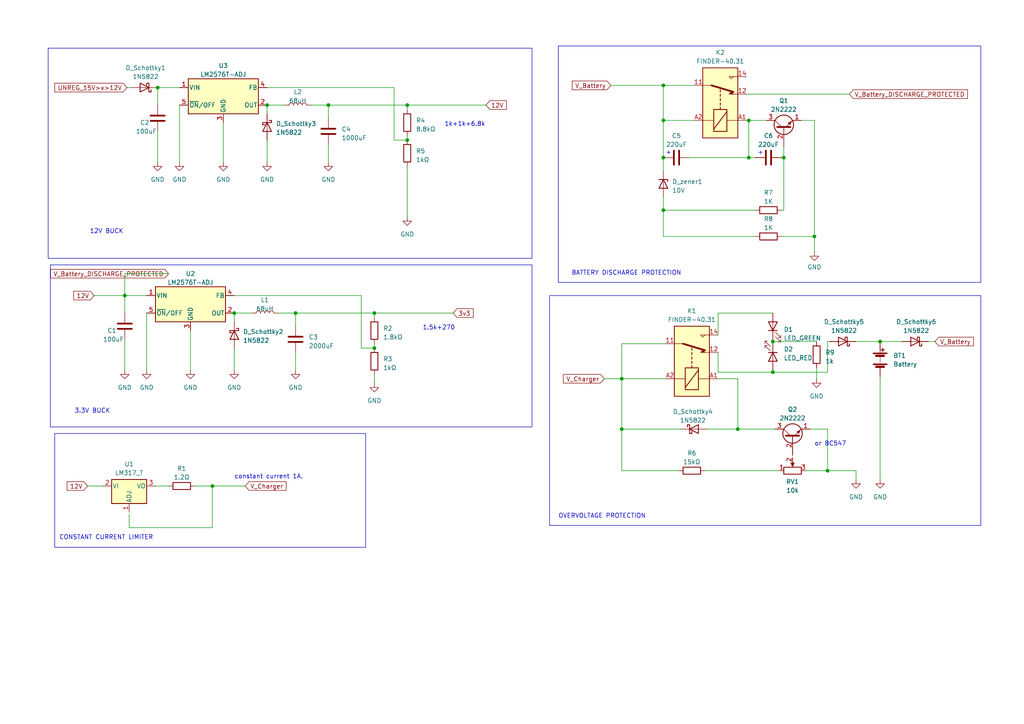
<source format=kicad_sch>
(kicad_sch (version 20230121) (generator eeschema)
  (paper "A4")
  (lib_symbols
    (symbol "Device:Battery" (pin_numbers hide) (pin_names (offset 0) hide)
      (property "Reference" "BT" (at 2.54 2.54 0))
      (property "Value" "Battery" (at 2.54 0 0))
      (symbol "Battery_0_1"
        (rectangle (start -2.032 -1.397) (end 2.032 -1.651) (fill (type outline)))
        (rectangle (start -2.032 1.778) (end 2.032 1.524) (fill (type outline)))
        (rectangle (start -1.3208 -1.9812) (end 1.27 -2.4892) (fill (type outline)))
        (rectangle (start -1.3208 1.1938) (end 1.27 0.6858) (fill (type outline)))
        (polyline (pts (xy 0 -1.524) (xy 0 -1.27)))
        (polyline (pts (xy 0 -1.016) (xy 0 -0.762)))
        (polyline (pts (xy 0 -0.508) (xy 0 -0.254)))
        (polyline (pts (xy 0 0) (xy 0 0.254)))
        (polyline (pts (xy 0 0.508) (xy 0 0.762)))
        (polyline (pts (xy 0 1.778) (xy 0 2.54)))
        (polyline (pts (xy 0.254 2.667) (xy 1.27 2.667)) (stroke (width 0.254)))
        (polyline (pts (xy 0.762 3.175) (xy 0.762 2.159)) (stroke (width 0.254)))
      )
      (symbol "Battery_1_1"
        (pin passive line (at 0 5.08 270) (length 2.54) (name "+") (number "1"))
        (pin passive line (at 0 -5.08 90) (length 2.54) (name "-") (number "2"))
      )
    )
    (symbol "Device:C" (pin_numbers hide) (pin_names (offset 0.254))
      (property "Reference" "C" (at 0.635 2.54 0))
      (property "Value" "C" (at 0.635 -2.54 0))
      (symbol "C_0_1"
        (polyline (pts (xy -2.032 -0.762) (xy 2.032 -0.762)) (stroke (width 0.508)))
        (polyline (pts (xy -2.032 0.762) (xy 2.032 0.762)) (stroke (width 0.508)))
      )
      (symbol "C_1_1"
        (pin passive line (at 0 3.81 270) (length 2.794) (name "~") (number "1"))
        (pin passive line (at 0 -3.81 90) (length 2.794) (name "~") (number "2"))
      )
    )
    (symbol "Device:D_Schottky" (pin_numbers hide) (pin_names (offset 1.016) hide)
      (property "Reference" "D" (at 0 2.54 0))
      (property "Value" "D_Schottky" (at 0 -2.54 0))
      (symbol "D_Schottky_0_1"
        (polyline (pts (xy 1.27 0) (xy -1.27 0)))
        (polyline (pts (xy 1.27 1.27) (xy 1.27 -1.27) (xy -1.27 0) (xy 1.27 1.27)) (stroke (width 0.254)))
        (polyline (pts (xy -1.905 0.635) (xy -1.905 1.27) (xy -1.27 1.27) (xy -1.27 -1.27) (xy -0.635 -1.27) (xy -0.635 -0.635)) (stroke (width 0.254)))
      )
      (symbol "D_Schottky_1_1"
        (pin passive line (at -3.81 0 0) (length 2.54) (name "K") (number "1"))
        (pin passive line (at 3.81 0 180) (length 2.54) (name "A") (number "2"))
      )
    )
    (symbol "Device:D_Zener" (pin_numbers hide) (pin_names (offset 1.016) hide)
      (property "Reference" "D" (at 0 2.54 0))
      (property "Value" "D_Zener" (at 0 -2.54 0))
      (symbol "D_Zener_0_1"
        (polyline (pts (xy 1.27 0) (xy -1.27 0)))
        (polyline (pts (xy -1.27 -1.27) (xy -1.27 1.27) (xy -0.762 1.27)) (stroke (width 0.254)))
        (polyline (pts (xy 1.27 -1.27) (xy 1.27 1.27) (xy -1.27 0) (xy 1.27 -1.27)) (stroke (width 0.254)))
      )
      (symbol "D_Zener_1_1"
        (pin passive line (at -3.81 0 0) (length 2.54) (name "K") (number "1"))
        (pin passive line (at 3.81 0 180) (length 2.54) (name "A") (number "2"))
      )
    )
    (symbol "Device:L" (pin_numbers hide) (pin_names (offset 1.016) hide)
      (property "Reference" "L" (at -1.27 0 90))
      (property "Value" "L" (at 1.905 0 90))
      (symbol "L_0_1"
        (arc (start 0 -2.54) (mid 0.6323 -1.905) (end 0 -1.27))
        (arc (start 0 -1.27) (mid 0.6323 -0.635) (end 0 0))
        (arc (start 0 0) (mid 0.6323 0.635) (end 0 1.27))
        (arc (start 0 1.27) (mid 0.6323 1.905) (end 0 2.54))
      )
      (symbol "L_1_1"
        (pin passive line (at 0 3.81 270) (length 1.27) (name "1") (number "1"))
        (pin passive line (at 0 -3.81 90) (length 1.27) (name "2") (number "2"))
      )
    )
    (symbol "Device:LED" (pin_numbers hide) (pin_names (offset 1.016) hide)
      (property "Reference" "D" (at 0 2.54 0))
      (property "Value" "LED" (at 0 -2.54 0))
      (symbol "LED_0_1"
        (polyline (pts (xy -1.27 -1.27) (xy -1.27 1.27)) (stroke (width 0.254)))
        (polyline (pts (xy -1.27 0) (xy 1.27 0)))
        (polyline (pts (xy 1.27 -1.27) (xy 1.27 1.27) (xy -1.27 0) (xy 1.27 -1.27)) (stroke (width 0.254)))
        (polyline (pts (xy -3.048 -0.762) (xy -4.572 -2.286) (xy -3.81 -2.286) (xy -4.572 -2.286) (xy -4.572 -1.524)))
        (polyline (pts (xy -1.778 -0.762) (xy -3.302 -2.286) (xy -2.54 -2.286) (xy -3.302 -2.286) (xy -3.302 -1.524)))
      )
      (symbol "LED_1_1"
        (pin passive line (at -3.81 0 0) (length 2.54) (name "K") (number "1"))
        (pin passive line (at 3.81 0 180) (length 2.54) (name "A") (number "2"))
      )
    )
    (symbol "Device:R" (pin_numbers hide) (pin_names (offset 0))
      (property "Reference" "R" (at 2.032 0 90))
      (property "Value" "R" (at 0 0 90))
      (symbol "R_0_1"
        (rectangle (start -1.016 -2.54) (end 1.016 2.54) (stroke (width 0.254)))
      )
      (symbol "R_1_1"
        (pin passive line (at 0 3.81 270) (length 1.27) (name "~") (number "1"))
        (pin passive line (at 0 -3.81 90) (length 1.27) (name "~") (number "2"))
      )
    )
    (symbol "Device:R_Potentiometer" (pin_names (offset 1.016) hide)
      (property "Reference" "RV" (at -4.445 0 90))
      (property "Value" "R_Potentiometer" (at -2.54 0 90))
      (symbol "R_Potentiometer_0_1"
        (polyline (pts (xy 2.54 0) (xy 1.524 0)))
        (polyline (pts (xy 1.143 0) (xy 2.286 0.508) (xy 2.286 -0.508) (xy 1.143 0)) (fill (type outline)))
        (rectangle (start 1.016 2.54) (end -1.016 -2.54) (stroke (width 0.254)))
      )
      (symbol "R_Potentiometer_1_1"
        (pin passive line (at 0 3.81 270) (length 1.27) (name "1") (number "1"))
        (pin passive line (at 3.81 0 180) (length 1.27) (name "2") (number "2"))
        (pin passive line (at 0 -3.81 90) (length 1.27) (name "3") (number "3"))
      )
    )
    (symbol "Regulator_Linear:LM117_TO3" (pin_names (offset 0.254))
      (property "Reference" "U" (at -3.81 3.175 0))
      (property "Value" "LM117_TO3" (at 0 3.175 0))
      (symbol "LM117_TO3_0_1"
        (rectangle (start -5.08 1.905) (end 5.08 -5.08) (stroke (width 0.254)) (fill (type background)))
      )
      (symbol "LM117_TO3_1_1"
        (pin input line (at 0 -7.62 90) (length 2.54) (name "ADJ") (number "1"))
        (pin power_in line (at -7.62 0 0) (length 2.54) (name "VI") (number "2"))
        (pin power_out line (at 7.62 0 180) (length 2.54) (name "VO") (number "3"))
      )
    )
    (symbol "Regulator_Switching:LM2576T-ADJ" (pin_names (offset 0.254))
      (property "Reference" "U" (at -10.16 6.35 0))
      (property "Value" "LM2576T-ADJ" (at 0 6.35 0))
      (symbol "LM2576T-ADJ_0_1"
        (rectangle (start -10.16 5.08) (end 10.16 -5.08) (stroke (width 0.254)) (fill (type background)))
      )
      (symbol "LM2576T-ADJ_1_1"
        (pin power_in line (at -12.7 2.54 0) (length 2.54) (name "VIN") (number "1"))
        (pin output line (at 12.7 -2.54 180) (length 2.54) (name "OUT") (number "2"))
        (pin power_in line (at 0 -7.62 90) (length 2.54) (name "GND") (number "3"))
        (pin input line (at 12.7 2.54 180) (length 2.54) (name "FB") (number "4"))
        (pin input line (at -12.7 -2.54 0) (length 2.54) (name "~{ON}/OFF") (number "5"))
      )
    )
    (symbol "Relay:FINDER-40.31"
      (property "Reference" "K" (at 11.43 3.81 0))
      (property "Value" "FINDER-40.31" (at 11.43 1.27 0))
      (symbol "FINDER-40.31_0_0"
        (polyline (pts (xy 7.62 5.08) (xy 7.62 2.54) (xy 6.985 3.175) (xy 7.62 3.81)))
      )
      (symbol "FINDER-40.31_0_1"
        (rectangle (start -10.16 5.08) (end 10.16 -5.08) (stroke (width 0.254)) (fill (type background)))
        (rectangle (start -8.255 1.905) (end -1.905 -1.905) (stroke (width 0.254)))
        (polyline (pts (xy -7.62 -1.905) (xy -2.54 1.905)) (stroke (width 0.254)))
        (polyline (pts (xy -5.08 -5.08) (xy -5.08 -1.905)))
        (polyline (pts (xy -5.08 5.08) (xy -5.08 1.905)))
        (polyline (pts (xy -1.905 0) (xy -1.27 0)) (stroke (width 0.254)))
        (polyline (pts (xy -0.635 0) (xy 0 0)) (stroke (width 0.254)))
        (polyline (pts (xy 0.635 0) (xy 1.27 0)) (stroke (width 0.254)))
        (polyline (pts (xy 1.905 0) (xy 2.54 0)) (stroke (width 0.254)))
        (polyline (pts (xy 3.175 0) (xy 3.81 0)) (stroke (width 0.254)))
        (polyline (pts (xy 5.08 -2.54) (xy 3.175 3.81)) (stroke (width 0.508)))
        (polyline (pts (xy 5.08 -2.54) (xy 5.08 -5.08)))
        (polyline (pts (xy 2.54 5.08) (xy 2.54 2.54) (xy 3.175 3.175) (xy 2.54 3.81)) (fill (type outline)))
      )
      (symbol "FINDER-40.31_1_1"
        (pin passive line (at 5.08 -7.62 90) (length 2.54) (name "~") (number "11"))
        (pin passive line (at 2.54 7.62 270) (length 2.54) (name "~") (number "12"))
        (pin passive line (at 7.62 7.62 270) (length 2.54) (name "~") (number "14"))
        (pin passive line (at -5.08 7.62 270) (length 2.54) (name "~") (number "A1"))
        (pin passive line (at -5.08 -7.62 90) (length 2.54) (name "~") (number "A2"))
      )
    )
    (symbol "Transistor_BJT:2N2219" (pin_names (offset 0) hide)
      (property "Reference" "Q" (at 5.08 1.905 0))
      (property "Value" "2N2219" (at 5.08 0 0))
      (symbol "2N2219_0_1"
        (polyline (pts (xy 0.635 0.635) (xy 2.54 2.54)))
        (polyline (pts (xy 0.635 -0.635) (xy 2.54 -2.54) (xy 2.54 -2.54)))
        (polyline (pts (xy 0.635 1.905) (xy 0.635 -1.905) (xy 0.635 -1.905)) (stroke (width 0.508)))
        (polyline (pts (xy 1.27 -1.778) (xy 1.778 -1.27) (xy 2.286 -2.286) (xy 1.27 -1.778) (xy 1.27 -1.778)) (fill (type outline)))
        (circle (center 1.27 0) (radius 2.8194) (stroke (width 0.254)))
      )
      (symbol "2N2219_1_1"
        (pin passive line (at 2.54 -5.08 90) (length 2.54) (name "E") (number "1"))
        (pin passive line (at -5.08 0 0) (length 5.715) (name "B") (number "2"))
        (pin passive line (at 2.54 5.08 270) (length 2.54) (name "C") (number "3"))
      )
    )
    (symbol "power:GND" (power) (pin_names (offset 0))
      (property "Value" "GND" (at 0 -3.81 0))
      (symbol "GND_0_1"
        (polyline (pts (xy 0 0) (xy 0 -1.27) (xy 1.27 -1.27) (xy 0 -2.54) (xy -1.27 -1.27) (xy 0 -1.27)))
      )
      (symbol "GND_1_1"
        (pin power_in line (at 0 0 270) (length 0) hide (name "GND") (number "1"))
      )
    )
  )
  (junction (at 224.155 107.95))
  (junction (at 108.585 100.965))
  (junction (at 217.17 45.72))
  (junction (at 192.405 24.765))
  (junction (at 77.47 30.48))
  (junction (at 192.405 45.72))
  (junction (at 61.595 140.97))
  (junction (at 255.27 99.06))
  (junction (at 36.195 85.725))
  (junction (at 224.155 99.06))
  (junction (at 180.34 124.46))
  (junction (at 67.945 90.805))
  (junction (at 240.03 136.525))
  (junction (at 236.22 68.58))
  (junction (at 227.33 45.72))
  (junction (at 95.25 30.48))
  (junction (at 108.585 90.805))
  (junction (at 118.11 40.64))
  (junction (at 180.34 109.855))
  (junction (at 45.72 25.4))
  (junction (at 213.995 124.46))
  (junction (at 192.405 34.925))
  (junction (at 192.405 60.96))
  (junction (at 85.725 90.805))
  (junction (at 118.11 30.48))
  (junction (at 217.17 34.925))
  (wire (pts (xy 236.22 34.925) (xy 236.22 68.58)))
  (wire (pts (xy 236.855 106.68) (xy 236.855 109.855)))
  (wire (pts (xy 25.4 140.97) (xy 29.845 140.97)))
  (wire (pts (xy 240.03 136.525) (xy 248.285 136.525)))
  (wire (pts (xy 37.465 149.225) (xy 37.465 153.035)))
  (wire (pts (xy 82.55 30.48) (xy 77.47 30.48)))
  (wire (pts (xy 77.47 30.48) (xy 77.47 33.02)))
  (wire (pts (xy 90.17 30.48) (xy 95.25 30.48)))
  (wire (pts (xy 108.585 108.585) (xy 108.585 111.125)))
  (wire (pts (xy 180.34 136.525) (xy 196.85 136.525)))
  (wire (pts (xy 104.775 100.965) (xy 108.585 100.965)))
  (wire (pts (xy 45.72 30.48) (xy 45.72 25.4)))
  (wire (pts (xy 255.27 99.06) (xy 261.62 99.06)))
  (wire (pts (xy 208.28 109.855) (xy 213.995 109.855)))
  (wire (pts (xy 118.11 31.75) (xy 118.11 30.48)))
  (wire (pts (xy 36.195 98.425) (xy 36.195 107.315)))
  (wire (pts (xy 227.33 42.545) (xy 227.33 45.72)))
  (wire (pts (xy 175.26 109.855) (xy 180.34 109.855)))
  (wire (pts (xy 45.72 38.1) (xy 45.72 46.99)))
  (wire (pts (xy 108.585 92.075) (xy 108.585 90.805)))
  (wire (pts (xy 114.3 40.64) (xy 118.11 40.64)))
  (wire (pts (xy 193.04 109.855) (xy 180.34 109.855)))
  (wire (pts (xy 48.895 140.97) (xy 45.085 140.97)))
  (wire (pts (xy 217.17 34.925) (xy 222.25 34.925)))
  (wire (pts (xy 108.585 90.805) (xy 131.445 90.805)))
  (wire (pts (xy 61.595 140.97) (xy 56.515 140.97)))
  (wire (pts (xy 248.285 99.06) (xy 255.27 99.06)))
  (wire (pts (xy 192.405 24.765) (xy 201.295 24.765)))
  (wire (pts (xy 95.25 46.99) (xy 95.25 41.91)))
  (wire (pts (xy 36.83 25.4) (xy 38.1 25.4)))
  (wire (pts (xy 240.03 99.06) (xy 240.665 99.06)))
  (wire (pts (xy 192.405 60.96) (xy 192.405 57.15)))
  (wire (pts (xy 217.17 45.72) (xy 219.075 45.72)))
  (wire (pts (xy 248.285 136.525) (xy 248.285 139.065)))
  (wire (pts (xy 224.155 99.695) (xy 224.155 99.06)))
  (wire (pts (xy 48.895 79.375) (xy 36.195 79.375)))
  (wire (pts (xy 67.945 100.965) (xy 67.945 107.315)))
  (wire (pts (xy 45.72 25.4) (xy 52.07 25.4)))
  (wire (pts (xy 192.405 24.765) (xy 192.405 34.925)))
  (wire (pts (xy 77.47 40.64) (xy 77.47 46.99)))
  (wire (pts (xy 208.28 102.235) (xy 208.28 107.95)))
  (wire (pts (xy 227.33 60.96) (xy 226.695 60.96)))
  (wire (pts (xy 36.195 85.725) (xy 42.545 85.725)))
  (wire (pts (xy 240.03 107.95) (xy 240.03 99.06)))
  (wire (pts (xy 95.25 30.48) (xy 95.25 34.29)))
  (wire (pts (xy 118.11 30.48) (xy 140.97 30.48)))
  (wire (pts (xy 224.155 99.06) (xy 236.855 99.06)))
  (wire (pts (xy 192.405 34.925) (xy 192.405 45.72)))
  (wire (pts (xy 232.41 34.925) (xy 236.22 34.925)))
  (wire (pts (xy 236.22 68.58) (xy 236.22 73.025)))
  (wire (pts (xy 219.075 68.58) (xy 192.405 68.58)))
  (wire (pts (xy 200.025 45.72) (xy 217.17 45.72)))
  (wire (pts (xy 192.405 45.72) (xy 192.405 49.53)))
  (wire (pts (xy 192.405 68.58) (xy 192.405 60.96)))
  (wire (pts (xy 64.77 35.56) (xy 64.77 46.99)))
  (wire (pts (xy 114.3 25.4) (xy 114.3 40.64)))
  (wire (pts (xy 236.22 68.58) (xy 226.695 68.58)))
  (wire (pts (xy 108.585 99.695) (xy 108.585 100.965)))
  (wire (pts (xy 219.075 60.96) (xy 192.405 60.96)))
  (wire (pts (xy 52.07 30.48) (xy 52.07 46.99)))
  (wire (pts (xy 55.245 95.885) (xy 55.245 107.315)))
  (wire (pts (xy 227.33 45.72) (xy 227.33 60.96)))
  (wire (pts (xy 227.33 45.72) (xy 226.695 45.72)))
  (wire (pts (xy 104.775 85.725) (xy 104.775 100.965)))
  (wire (pts (xy 180.34 109.855) (xy 180.34 124.46)))
  (wire (pts (xy 224.155 90.805) (xy 208.28 90.805)))
  (wire (pts (xy 180.34 124.46) (xy 197.485 124.46)))
  (wire (pts (xy 240.03 136.525) (xy 233.68 136.525)))
  (wire (pts (xy 118.11 48.26) (xy 118.11 62.865)))
  (wire (pts (xy 216.535 34.925) (xy 217.17 34.925)))
  (wire (pts (xy 234.95 124.46) (xy 240.03 124.46)))
  (wire (pts (xy 180.34 109.855) (xy 180.34 99.695)))
  (wire (pts (xy 108.585 90.805) (xy 85.725 90.805)))
  (wire (pts (xy 217.17 34.925) (xy 217.17 45.72)))
  (wire (pts (xy 118.11 30.48) (xy 95.25 30.48)))
  (wire (pts (xy 255.27 139.065) (xy 255.27 109.22)))
  (wire (pts (xy 224.155 107.95) (xy 240.03 107.95)))
  (wire (pts (xy 208.28 90.805) (xy 208.28 97.155)))
  (wire (pts (xy 37.465 153.035) (xy 61.595 153.035)))
  (wire (pts (xy 61.595 140.97) (xy 71.12 140.97)))
  (wire (pts (xy 208.28 107.95) (xy 224.155 107.95)))
  (wire (pts (xy 224.155 107.95) (xy 224.155 107.315)))
  (wire (pts (xy 180.34 124.46) (xy 180.34 136.525)))
  (wire (pts (xy 216.535 27.305) (xy 246.38 27.305)))
  (wire (pts (xy 118.11 39.37) (xy 118.11 40.64)))
  (wire (pts (xy 36.195 79.375) (xy 36.195 85.725)))
  (wire (pts (xy 42.545 90.805) (xy 42.545 107.315)))
  (wire (pts (xy 67.945 90.805) (xy 67.945 93.345)))
  (wire (pts (xy 240.03 124.46) (xy 240.03 136.525)))
  (wire (pts (xy 213.995 124.46) (xy 205.105 124.46)))
  (wire (pts (xy 201.295 34.925) (xy 192.405 34.925)))
  (wire (pts (xy 180.34 99.695) (xy 193.04 99.695)))
  (wire (pts (xy 224.79 124.46) (xy 213.995 124.46)))
  (wire (pts (xy 224.155 99.06) (xy 224.155 98.425)))
  (wire (pts (xy 177.165 24.765) (xy 192.405 24.765)))
  (wire (pts (xy 36.195 90.805) (xy 36.195 85.725)))
  (wire (pts (xy 27.305 85.725) (xy 36.195 85.725)))
  (wire (pts (xy 73.025 90.805) (xy 67.945 90.805)))
  (wire (pts (xy 271.145 99.06) (xy 269.24 99.06)))
  (wire (pts (xy 226.06 136.525) (xy 204.47 136.525)))
  (wire (pts (xy 61.595 153.035) (xy 61.595 140.97)))
  (wire (pts (xy 213.995 109.855) (xy 213.995 124.46)))
  (wire (pts (xy 85.725 90.805) (xy 85.725 94.615)))
  (wire (pts (xy 85.725 107.315) (xy 85.725 102.235)))
  (wire (pts (xy 77.47 25.4) (xy 114.3 25.4)))
  (wire (pts (xy 67.945 85.725) (xy 104.775 85.725)))
  (wire (pts (xy 80.645 90.805) (xy 85.725 90.805)))
  (rectangle (start 159.385 85.725) (end 284.48 152.4))
  (rectangle (start 15.875 125.73) (end 106.045 158.75))
  (rectangle (start 14.605 76.835) (end 154.305 123.825))
  (rectangle (start 13.97 13.97) (end 154.305 74.93))
  (rectangle (start 161.925 13.335) (end 284.48 81.915))
  (text "+\n" (at 193.04 45.085 0) (effects (font (size 1.27 1.27)) (justify left bottom)))
  (text "3.3V BUCK\n" (at 21.59 120.015 0) (effects (font (size 1.27 1.27)) (justify left bottom)))
  (text "1.5k+270\n" (at 122.555 95.885 0) (effects (font (size 1.27 1.27)) (justify left bottom)))
  (text "12V BUCK\n" (at 26.035 67.945 0) (effects (font (size 1.27 1.27)) (justify left bottom)))
  (text "BATTERY DISCHARGE PROTECTION\n" (at 165.735 80.01 0) (effects (font (size 1.27 1.27)) (justify left bottom)))
  (text "constant current 1A." (at 67.945 139.065 0) (effects (font (size 1.27 1.27)) (justify left bottom)))
  (text "or BC547\n" (at 236.22 129.54 0) (effects (font (size 1.27 1.27)) (justify left bottom)))
  (text "1k+1k+6.8k\n" (at 128.905 36.83 0) (effects (font (size 1.27 1.27)) (justify left bottom)))
  (text "CONSTANT CURRENT LIMITER\n\n" (at 17.145 158.75 0) (effects (font (size 1.27 1.27)) (justify left bottom)))
  (text "+\n" (at 219.71 45.085 0) (effects (font (size 1.27 1.27)) (justify left bottom)))
  (text "OVERVOLTAGE PROTECTION\n" (at 161.925 150.495 0) (effects (font (size 1.27 1.27)) (justify left bottom)))
  (global_label "12V" (shape input) (at 25.4 140.97 180) (property "Intersheetrefs" "${INTERSHEET_REFS}" (effects hide)))
  (global_label "V_Battery" (shape input) (at 177.165 24.765 180) (property "Intersheetrefs" "${INTERSHEET_REFS}" (effects hide)))
  (global_label "12V" (shape input) (at 140.97 30.48 0) (property "Intersheetrefs" "${INTERSHEET_REFS}" (effects hide)))
  (global_label "12V" (shape input) (at 27.305 85.725 180) (property "Intersheetrefs" "${INTERSHEET_REFS}" (effects hide)))
  (global_label "V_Battery" (shape input) (at 271.145 99.06 0) (property "Intersheetrefs" "${INTERSHEET_REFS}" (effects hide)))
  (global_label "V_Charger" (shape input) (at 175.26 109.855 180) (property "Intersheetrefs" "${INTERSHEET_REFS}" (effects hide)))
  (global_label "3v3" (shape input) (at 131.445 90.805 0) (property "Intersheetrefs" "${INTERSHEET_REFS}" (effects hide)))
  (global_label "UNREG_15V>x>12V" (shape input) (at 36.83 25.4 180) (property "Intersheetrefs" "${INTERSHEET_REFS}" (effects hide)))
  (global_label "V_Battery_DISCHARGE_PROTECTED" (shape input) (at 246.38 27.305 0) (property "Intersheetrefs" "${INTERSHEET_REFS}" (effects hide)))
  (global_label "V_Battery_DISCHARGE_PROTECTED" (shape input) (at 48.895 79.375 180) (property "Intersheetrefs" "${INTERSHEET_REFS}" (effects hide)))
  (global_label "V_Charger" (shape input) (at 71.12 140.97 0) (property "Intersheetrefs" "${INTERSHEET_REFS}" (effects hide)))
  (symbol (lib_id "Device:R") (at 200.66 136.525 270) (unit 1)
    (property "Reference" "R6" (at 200.66 131.445 90))
    (property "Value" "15kΩ" (at 200.66 133.985 90))
  )
  (symbol (lib_id "Device:R") (at 118.11 44.45 0) (unit 1)
    (property "Reference" "R5" (at 120.65 43.815 0) (effects (justify left)))
    (property "Value" "1kΩ" (at 120.65 46.355 0) (effects (justify left)))
  )
  (symbol (lib_id "Device:D_Schottky") (at 201.295 124.46 0) (unit 1)
    (property "Reference" "D_Schottky4" (at 200.9775 119.38 0))
    (property "Value" "1N5822" (at 200.9775 121.92 0))
  )
  (symbol (lib_id "Device:C") (at 45.72 34.29 0) (unit 1)
    (property "Reference" "C2" (at 40.64 35.56 0) (effects (justify left)))
    (property "Value" "100uF" (at 39.37 38.1 0) (effects (justify left)))
  )
  (symbol (lib_id "Device:C") (at 95.25 38.1 0) (unit 1)
    (property "Reference" "C4" (at 99.06 37.465 0) (effects (justify left)))
    (property "Value" "1000uF" (at 99.06 40.005 0) (effects (justify left)))
  )
  (symbol (lib_id "power:GND") (at 85.725 107.315 0) (unit 1)
    (property "Reference" "#PWR09" (effects hide))
    (property "Value" "GND" (at 85.725 112.395 0))
  )
  (symbol (lib_id "Device:R_Potentiometer") (at 229.87 136.525 90) (unit 1)
    (property "Reference" "RV1" (at 229.87 139.7 90))
    (property "Value" "10k" (at 229.87 142.24 90))
  )
  (symbol (lib_id "Regulator_Switching:LM2576T-ADJ") (at 55.245 88.265 0) (unit 1)
    (property "Reference" "U2" (at 55.245 79.375 0))
    (property "Value" "LM2576T-ADJ" (at 55.245 81.915 0))
    (property "Footprint" "Package_TO_SOT_THT:TO-220-5_Vertical" (effects hide))
    (property "Datasheet" "http://www.ti.com/lit/ds/symlink/lm2576.pdf" (effects hide))
  )
  (symbol (lib_id "Device:R") (at 52.705 140.97 90) (unit 1)
    (property "Reference" "R1" (at 52.705 135.89 90))
    (property "Value" "1.2Ω" (at 52.705 138.43 90))
  )
  (symbol (lib_id "power:GND") (at 95.25 46.99 0) (unit 1)
    (property "Reference" "#PWR010" (effects hide))
    (property "Value" "GND" (at 95.25 52.07 0))
  )
  (symbol (lib_id "Device:D_Schottky") (at 41.91 25.4 180) (unit 1)
    (property "Reference" "D_Schottky1" (at 42.2275 19.685 0))
    (property "Value" "1N5822" (at 42.2275 22.225 0))
  )
  (symbol (lib_id "power:GND") (at 52.07 46.99 0) (unit 1)
    (property "Reference" "#PWR04" (effects hide))
    (property "Value" "GND" (at 52.07 52.07 0))
  )
  (symbol (lib_id "Device:R") (at 108.585 104.775 0) (unit 1)
    (property "Reference" "R3" (at 111.125 104.14 0) (effects (justify left)))
    (property "Value" "1kΩ" (at 111.125 106.68 0) (effects (justify left)))
  )
  (symbol (lib_id "Relay:FINDER-40.31") (at 208.915 29.845 270) (mirror x) (unit 1)
    (property "Reference" "K2" (at 208.915 15.24 90))
    (property "Value" "FINDER-40.31" (at 208.915 17.78 90))
    (property "Footprint" "Relay_THT:Relay_SPDT_Finder_40.31" (effects hide))
    (property "Datasheet" "http://gfinder.findernet.com/assets/Series/353/S40EN.pdf" (effects hide))
  )
  (symbol (lib_id "power:GND") (at 55.245 107.315 0) (unit 1)
    (property "Reference" "#PWR05" (effects hide))
    (property "Value" "GND" (at 55.245 112.395 0))
  )
  (symbol (lib_id "power:GND") (at 77.47 46.99 0) (unit 1)
    (property "Reference" "#PWR08" (effects hide))
    (property "Value" "GND" (at 77.47 52.07 0))
  )
  (symbol (lib_id "power:GND") (at 108.585 111.125 0) (unit 1)
    (property "Reference" "#PWR011" (effects hide))
    (property "Value" "GND" (at 108.585 116.205 0))
  )
  (symbol (lib_id "Device:R") (at 222.885 68.58 270) (unit 1)
    (property "Reference" "R8" (at 222.885 63.5 90))
    (property "Value" "1K" (at 222.885 66.04 90))
  )
  (symbol (lib_id "power:GND") (at 67.945 107.315 0) (unit 1)
    (property "Reference" "#PWR07" (effects hide))
    (property "Value" "GND" (at 67.945 112.395 0))
  )
  (symbol (lib_id "power:GND") (at 45.72 46.99 0) (unit 1)
    (property "Reference" "#PWR03" (effects hide))
    (property "Value" "GND" (at 45.72 52.07 0))
  )
  (symbol (lib_id "Device:C") (at 36.195 94.615 0) (unit 1)
    (property "Reference" "C1" (at 31.115 95.885 0) (effects (justify left)))
    (property "Value" "100uF" (at 29.845 98.425 0) (effects (justify left)))
  )
  (symbol (lib_id "power:GND") (at 236.855 109.855 0) (unit 1)
    (property "Reference" "#PWR013" (effects hide))
    (property "Value" "GND" (at 236.855 114.935 0))
  )
  (symbol (lib_id "Device:C") (at 222.885 45.72 90) (unit 1)
    (property "Reference" "C6" (at 222.885 39.37 90))
    (property "Value" "220uF" (at 222.885 41.91 90))
  )
  (symbol (lib_id "Device:L") (at 86.36 30.48 90) (unit 1)
    (property "Reference" "L2" (at 86.36 26.67 90))
    (property "Value" "68uH" (at 86.36 29.21 90))
  )
  (symbol (lib_id "power:GND") (at 236.22 73.025 0) (unit 1)
    (property "Reference" "#PWR014" (effects hide))
    (property "Value" "GND" (at 236.22 77.47 0))
  )
  (symbol (lib_id "Device:D_Schottky") (at 265.43 99.06 180) (unit 1)
    (property "Reference" "D_Schottky6" (at 265.7475 93.345 0))
    (property "Value" "1N5822" (at 265.7475 95.885 0))
  )
  (symbol (lib_id "Device:Battery") (at 255.27 104.14 0) (unit 1)
    (property "Reference" "BT1" (at 259.08 103.124 0) (effects (justify left)))
    (property "Value" "Battery" (at 259.08 105.664 0) (effects (justify left)))
  )
  (symbol (lib_id "Device:C") (at 196.215 45.72 90) (unit 1)
    (property "Reference" "C5" (at 196.215 39.37 90))
    (property "Value" "220uF" (at 196.215 41.91 90))
  )
  (symbol (lib_id "Device:R") (at 108.585 95.885 0) (unit 1)
    (property "Reference" "R2" (at 111.125 95.25 0) (effects (justify left)))
    (property "Value" "1.8kΩ" (at 111.125 97.79 0) (effects (justify left)))
  )
  (symbol (lib_id "Transistor_BJT:2N2219") (at 229.87 127 90) (unit 1)
    (property "Reference" "Q2" (at 229.87 118.745 90))
    (property "Value" "2N2222" (at 229.87 121.285 90))
    (property "Footprint" "Package_TO_SOT_THT:TO-39-3" (effects hide))
    (property "Datasheet" "http://www.onsemi.com/pub_link/Collateral/2N2219-D.PDF" (effects hide))
  )
  (symbol (lib_id "Device:D_Schottky") (at 77.47 36.83 270) (unit 1)
    (property "Reference" "D_Schottky3" (at 80.01 35.8775 90) (effects (justify left)))
    (property "Value" "1N5822" (at 80.01 38.4175 90) (effects (justify left)))
  )
  (symbol (lib_id "Transistor_BJT:2N2219") (at 227.33 37.465 90) (unit 1)
    (property "Reference" "Q1" (at 227.33 29.21 90))
    (property "Value" "2N2222" (at 227.33 31.75 90))
    (property "Footprint" "Package_TO_SOT_THT:TO-39-3" (effects hide))
    (property "Datasheet" "http://www.onsemi.com/pub_link/Collateral/2N2219-D.PDF" (effects hide))
  )
  (symbol (lib_id "power:GND") (at 118.11 62.865 0) (unit 1)
    (property "Reference" "#PWR012" (effects hide))
    (property "Value" "GND" (at 118.11 67.945 0))
  )
  (symbol (lib_id "Device:LED") (at 224.155 103.505 270) (unit 1)
    (property "Reference" "D2" (at 227.33 101.2825 90) (effects (justify left)))
    (property "Value" "LED_RED" (at 227.33 103.8225 90) (effects (justify left)))
  )
  (symbol (lib_id "power:GND") (at 36.195 107.315 0) (unit 1)
    (property "Reference" "#PWR01" (effects hide))
    (property "Value" "GND" (at 36.195 112.395 0))
  )
  (symbol (lib_id "power:GND") (at 64.77 46.99 0) (unit 1)
    (property "Reference" "#PWR06" (effects hide))
    (property "Value" "GND" (at 64.77 52.07 0))
  )
  (symbol (lib_id "Device:D_Schottky") (at 67.945 97.155 270) (unit 1)
    (property "Reference" "D_Schottky2" (at 70.485 96.2025 90) (effects (justify left)))
    (property "Value" "1N5822" (at 70.485 98.7425 90) (effects (justify left)))
  )
  (symbol (lib_id "Device:D_Schottky") (at 244.475 99.06 180) (unit 1)
    (property "Reference" "D_Schottky5" (at 244.7925 93.345 0))
    (property "Value" "1N5822" (at 244.7925 95.885 0))
  )
  (symbol (lib_id "Relay:FINDER-40.31") (at 200.66 104.775 270) (mirror x) (unit 1)
    (property "Reference" "K1" (at 200.66 90.17 90))
    (property "Value" "FINDER-40.31" (at 200.66 92.71 90))
    (property "Footprint" "Relay_THT:Relay_SPDT_Finder_40.31" (effects hide))
    (property "Datasheet" "http://gfinder.findernet.com/assets/Series/353/S40EN.pdf" (effects hide))
  )
  (symbol (lib_id "Device:R") (at 118.11 35.56 0) (unit 1)
    (property "Reference" "R4" (at 120.65 34.925 0) (effects (justify left)))
    (property "Value" "8.8kΩ" (at 120.65 37.465 0) (effects (justify left)))
  )
  (symbol (lib_id "power:GND") (at 42.545 107.315 0) (unit 1)
    (property "Reference" "#PWR02" (effects hide))
    (property "Value" "GND" (at 42.545 112.395 0))
  )
  (symbol (lib_id "Device:D_Zener") (at 192.405 53.34 270) (unit 1)
    (property "Reference" "D_zener1" (at 194.945 52.705 90) (effects (justify left)))
    (property "Value" "10V" (at 194.945 55.245 90) (effects (justify left)))
  )
  (symbol (lib_id "Device:C") (at 85.725 98.425 0) (unit 1)
    (property "Reference" "C3" (at 89.535 97.79 0) (effects (justify left)))
    (property "Value" "2000uF" (at 89.535 100.33 0) (effects (justify left)))
  )
  (symbol (lib_id "power:GND") (at 255.27 139.065 0) (unit 1)
    (property "Reference" "#PWR016" (effects hide))
    (property "Value" "GND" (at 255.27 144.145 0))
  )
  (symbol (lib_id "Device:R") (at 236.855 102.87 0) (unit 1)
    (property "Reference" "R9" (at 239.395 102.235 0) (effects (justify left)))
    (property "Value" "1k" (at 239.395 104.775 0) (effects (justify left)))
  )
  (symbol (lib_id "power:GND") (at 248.285 139.065 0) (unit 1)
    (property "Reference" "#PWR015" (effects hide))
    (property "Value" "GND" (at 248.285 144.145 0))
  )
  (symbol (lib_id "Device:LED") (at 224.155 94.615 90) (unit 1)
    (property "Reference" "D1" (at 227.33 95.5675 90) (effects (justify right)))
    (property "Value" "LED_GREEN" (at 227.33 98.1075 90) (effects (justify right)))
  )
  (symbol (lib_id "Regulator_Linear:LM117_TO3") (at 37.465 140.97 0) (unit 1)
    (property "Reference" "U1" (at 37.465 134.62 0))
    (property "Value" "LM317_T" (at 37.465 137.16 0))
    (property "Footprint" "Package_TO_SOT_THT:TO-3" (effects hide))
    (property "Datasheet" "http://www.ti.com/lit/ds/symlink/lm317.pdf" (effects hide))
  )
  (symbol (lib_id "Device:R") (at 222.885 60.96 90) (unit 1)
    (property "Reference" "R7" (at 222.885 55.88 90))
    (property "Value" "1K" (at 222.885 58.42 90))
  )
  (symbol (lib_id "Regulator_Switching:LM2576T-ADJ") (at 64.77 27.94 0) (unit 1)
    (property "Reference" "U3" (at 64.77 19.05 0))
    (property "Value" "LM2576T-ADJ" (at 64.77 21.59 0))
    (property "Footprint" "Package_TO_SOT_THT:TO-220-5_Vertical" (effects hide))
    (property "Datasheet" "http://www.ti.com/lit/ds/symlink/lm2576.pdf" (effects hide))
  )
  (symbol (lib_id "Device:L") (at 76.835 90.805 90) (unit 1)
    (property "Reference" "L1" (at 76.835 86.995 90))
    (property "Value" "68uH" (at 76.835 89.535 90))
  )
)
</source>
